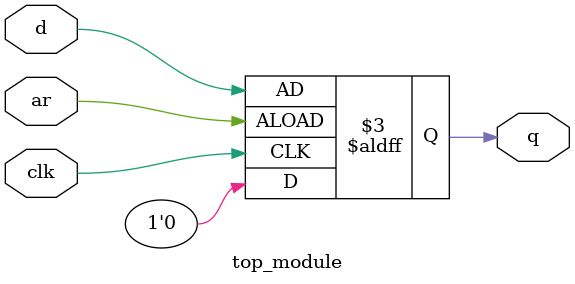
<source format=sv>
module top_module (
    input clk,
    input d,
    input ar,
    output logic q
);

    always_ff @(posedge clk, posedge ar)
    begin
        if (!ar)
            q <= 1'b0;
        else
            q <= d;
    end

endmodule

</source>
